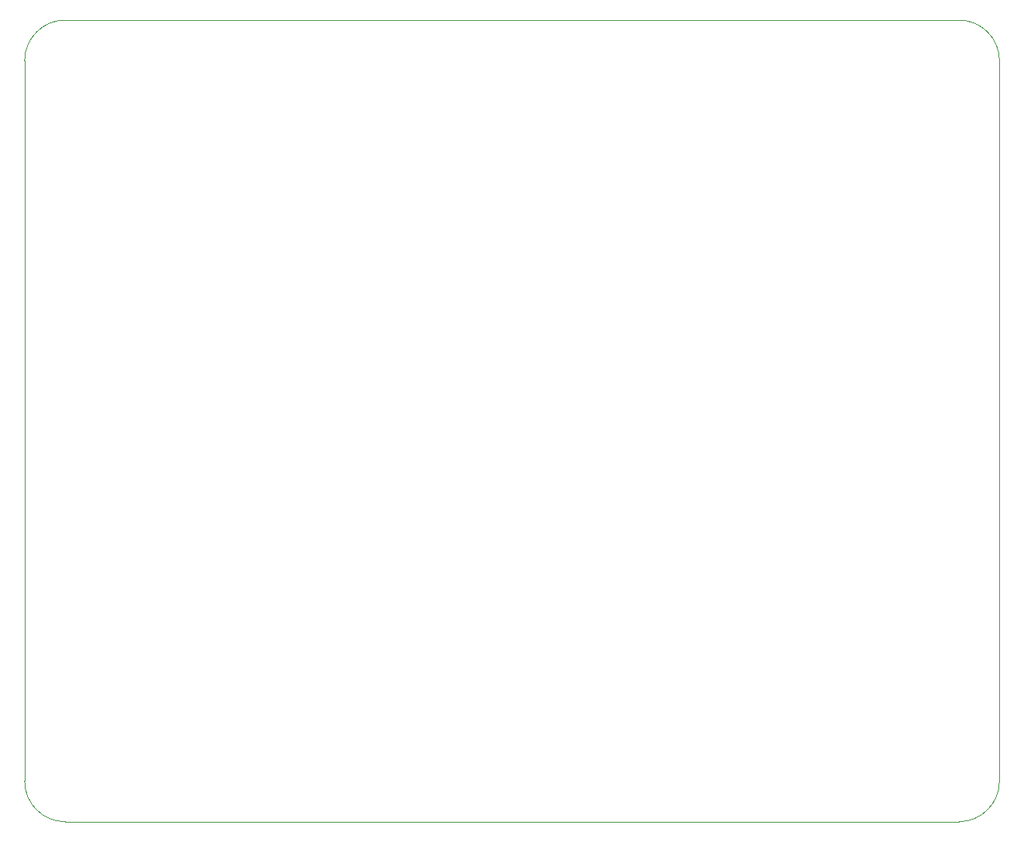
<source format=gm1>
%TF.GenerationSoftware,KiCad,Pcbnew,(6.0.4-0)*%
%TF.CreationDate,2022-07-26T10:13:53+02:00*%
%TF.ProjectId,wizza,77697a7a-612e-46b6-9963-61645f706362,v1.0.0*%
%TF.SameCoordinates,Original*%
%TF.FileFunction,Profile,NP*%
%FSLAX46Y46*%
G04 Gerber Fmt 4.6, Leading zero omitted, Abs format (unit mm)*
G04 Created by KiCad (PCBNEW (6.0.4-0)) date 2022-07-26 10:13:53*
%MOMM*%
%LPD*%
G01*
G04 APERTURE LIST*
%TA.AperFunction,Profile*%
%ADD10C,0.050000*%
%TD*%
G04 APERTURE END LIST*
D10*
X148316185Y39454903D02*
X148319791Y118263254D01*
X41764854Y39453254D02*
G75*
G03*
X46209791Y35008254I4444946J-54D01*
G01*
X148319854Y118263254D02*
G75*
G03*
X143874791Y122708254I-4445054J-54D01*
G01*
X46209791Y35008254D02*
X143871185Y35009903D01*
X41761149Y118266118D02*
X41764791Y39453254D01*
X143874791Y122708254D02*
X46206149Y122711118D01*
X46206149Y122711121D02*
G75*
G03*
X41761149Y118266118I1J-4445001D01*
G01*
X143871185Y35009915D02*
G75*
G03*
X148316185Y39454903I15J4444985D01*
G01*
M02*

</source>
